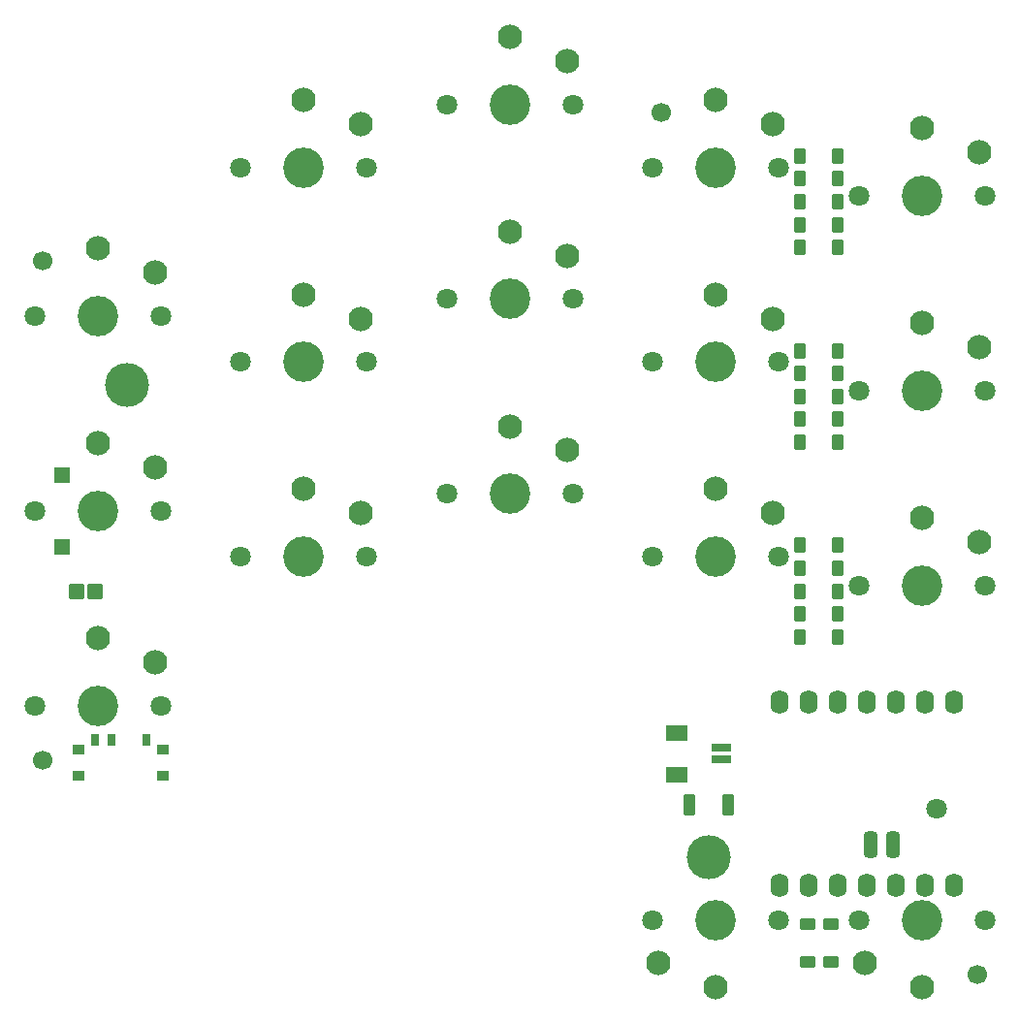
<source format=gbs>
%TF.GenerationSoftware,KiCad,Pcbnew,7.0.9*%
%TF.CreationDate,2025-02-09T18:04:29-08:00*%
%TF.ProjectId,Dyad_left_routes,44796164-5f6c-4656-9674-5f726f757465,v1.0.0*%
%TF.SameCoordinates,Original*%
%TF.FileFunction,Soldermask,Bot*%
%TF.FilePolarity,Negative*%
%FSLAX46Y46*%
G04 Gerber Fmt 4.6, Leading zero omitted, Abs format (unit mm)*
G04 Created by KiCad (PCBNEW 7.0.9) date 2025-02-09 18:04:29*
%MOMM*%
%LPD*%
G01*
G04 APERTURE LIST*
G04 Aperture macros list*
%AMRoundRect*
0 Rectangle with rounded corners*
0 $1 Rounding radius*
0 $2 $3 $4 $5 $6 $7 $8 $9 X,Y pos of 4 corners*
0 Add a 4 corners polygon primitive as box body*
4,1,4,$2,$3,$4,$5,$6,$7,$8,$9,$2,$3,0*
0 Add four circle primitives for the rounded corners*
1,1,$1+$1,$2,$3*
1,1,$1+$1,$4,$5*
1,1,$1+$1,$6,$7*
1,1,$1+$1,$8,$9*
0 Add four rect primitives between the rounded corners*
20,1,$1+$1,$2,$3,$4,$5,0*
20,1,$1+$1,$4,$5,$6,$7,0*
20,1,$1+$1,$6,$7,$8,$9,0*
20,1,$1+$1,$8,$9,$2,$3,0*%
G04 Aperture macros list end*
%ADD10RoundRect,0.050000X0.900000X-0.600000X0.900000X0.600000X-0.900000X0.600000X-0.900000X-0.600000X0*%
%ADD11RoundRect,0.050000X0.775000X-0.300000X0.775000X0.300000X-0.775000X0.300000X-0.775000X-0.300000X0*%
%ADD12RoundRect,0.050000X-0.600000X0.450000X-0.600000X-0.450000X0.600000X-0.450000X0.600000X0.450000X0*%
%ADD13RoundRect,0.050000X0.450000X0.600000X-0.450000X0.600000X-0.450000X-0.600000X0.450000X-0.600000X0*%
%ADD14C,1.801800*%
%ADD15C,3.529000*%
%ADD16C,2.132000*%
%ADD17C,1.700000*%
%ADD18C,3.833800*%
%ADD19RoundRect,0.050000X-0.600000X-0.600000X0.600000X-0.600000X0.600000X0.600000X-0.600000X0.600000X0*%
%ADD20RoundRect,0.050000X0.500000X-0.350000X0.500000X0.350000X-0.500000X0.350000X-0.500000X-0.350000X0*%
%ADD21RoundRect,0.050000X0.300000X-0.500000X0.300000X0.500000X-0.300000X0.500000X-0.300000X-0.500000X0*%
%ADD22RoundRect,0.050000X-0.600000X0.650000X-0.600000X-0.650000X0.600000X-0.650000X0.600000X0.650000X0*%
%ADD23RoundRect,0.800000X0.000000X-0.250000X0.000000X-0.250000X0.000000X0.250000X0.000000X0.250000X0*%
%ADD24RoundRect,0.325000X-0.275000X-0.825000X0.275000X-0.825000X0.275000X0.825000X-0.275000X0.825000X0*%
%ADD25C,1.800000*%
%ADD26RoundRect,0.050000X-0.450000X-0.850000X0.450000X-0.850000X0.450000X0.850000X-0.450000X0.850000X0*%
G04 APERTURE END LIST*
D10*
%TO.C,*%
X50575000Y-6000000D03*
X50575000Y-2400000D03*
D11*
X54450000Y-4700000D03*
X54450000Y-3700000D03*
%TD*%
D12*
%TO.C,*%
X64000000Y-19050000D03*
X64000000Y-22350000D03*
%TD*%
D13*
%TO.C,*%
X64650000Y10000000D03*
X61350000Y10000000D03*
%TD*%
%TO.C,*%
X64650000Y14000000D03*
X61350000Y14000000D03*
%TD*%
D14*
%TO.C,S9*%
X30500000Y52500000D03*
D15*
X36000000Y52500000D03*
D14*
X41500000Y52500000D03*
D16*
X41000000Y56300000D03*
X36000000Y58400000D03*
%TD*%
D13*
%TO.C,*%
X64650000Y23000000D03*
X61350000Y23000000D03*
%TD*%
D14*
%TO.C,S1*%
X-5500000Y0D03*
D15*
X0Y0D03*
D14*
X5500000Y0D03*
D16*
X5000000Y3800000D03*
X0Y5900000D03*
%TD*%
D14*
%TO.C,S6*%
X12500000Y47000000D03*
D15*
X18000000Y47000000D03*
D14*
X23500000Y47000000D03*
D16*
X23000000Y50800000D03*
X18000000Y52900000D03*
%TD*%
D17*
%TO.C,*%
X76800000Y-23500000D03*
%TD*%
D14*
%TO.C,S10*%
X48500000Y13000000D03*
D15*
X54000000Y13000000D03*
D14*
X59500000Y13000000D03*
D16*
X59000000Y16800000D03*
X54000000Y18900000D03*
%TD*%
D18*
%TO.C,*%
X2600000Y28000000D03*
%TD*%
D19*
%TO.C,*%
X-200000Y10000000D03*
X-1800000Y10000000D03*
%TD*%
D13*
%TO.C,*%
X64650000Y31000000D03*
X61350000Y31000000D03*
%TD*%
%TO.C,*%
X64650000Y27000000D03*
X61350000Y27000000D03*
%TD*%
%TO.C,*%
X64650000Y29000000D03*
X61350000Y29000000D03*
%TD*%
%TO.C,*%
X64650000Y8000000D03*
X61350000Y8000000D03*
%TD*%
D20*
%TO.C,S20*%
X-1700000Y-6150000D03*
X5700000Y-6150000D03*
X-1700000Y-3850000D03*
X5700000Y-3850000D03*
D21*
X-225000Y-3000000D03*
X1225000Y-3000000D03*
X4225000Y-3000000D03*
%TD*%
D13*
%TO.C,*%
X64650000Y42000000D03*
X61350000Y42000000D03*
%TD*%
%TO.C,*%
X64650000Y12000000D03*
X61350000Y12000000D03*
%TD*%
D17*
%TO.C,*%
X49200000Y51800000D03*
%TD*%
D14*
%TO.C,S5*%
X12500000Y30000000D03*
D15*
X18000000Y30000000D03*
D14*
X23500000Y30000000D03*
D16*
X23000000Y33800000D03*
X18000000Y35900000D03*
%TD*%
D14*
%TO.C,S3*%
X-5500000Y34000000D03*
D15*
X0Y34000000D03*
D14*
X5500000Y34000000D03*
D16*
X5000000Y37800000D03*
X0Y39900000D03*
%TD*%
D22*
%TO.C,*%
X-3100000Y20100000D03*
X-3100000Y13900000D03*
%TD*%
D14*
%TO.C,S15*%
X66500000Y44500000D03*
D15*
X72000000Y44500000D03*
D14*
X77500000Y44500000D03*
D16*
X77000000Y48300000D03*
X72000000Y50400000D03*
%TD*%
D14*
%TO.C,S14*%
X66500000Y27500000D03*
D15*
X72000000Y27500000D03*
D14*
X77500000Y27500000D03*
D16*
X77000000Y31300000D03*
X72000000Y33400000D03*
%TD*%
D13*
%TO.C,*%
X64650000Y25000000D03*
X61350000Y25000000D03*
%TD*%
D14*
%TO.C,S13*%
X66500000Y10500000D03*
D15*
X72000000Y10500000D03*
D14*
X77500000Y10500000D03*
D16*
X77000000Y14300000D03*
X72000000Y16400000D03*
%TD*%
D13*
%TO.C,*%
X64650000Y44000000D03*
X61350000Y44000000D03*
%TD*%
D23*
%TO.C,S21*%
X69698980Y300000D03*
X74778148Y300000D03*
D24*
X67538210Y-12148890D03*
X69443210Y-12148890D03*
D23*
X74778148Y-15700000D03*
X72238980Y-15700000D03*
X69698980Y-15700000D03*
X67158980Y-15700000D03*
X64618980Y-15700000D03*
X62078980Y-15700000D03*
X59538980Y-15700000D03*
X59538980Y300000D03*
X62078980Y300000D03*
X64618980Y300000D03*
X67158980Y300000D03*
X72238980Y300000D03*
D25*
X73255000Y-8970000D03*
%TD*%
D14*
%TO.C,S4*%
X12500000Y13000000D03*
D15*
X18000000Y13000000D03*
D14*
X23500000Y13000000D03*
D16*
X23000000Y16800000D03*
X18000000Y18900000D03*
%TD*%
D14*
%TO.C,S16*%
X77500000Y-18700000D03*
D15*
X72000000Y-18700000D03*
D14*
X66500000Y-18700000D03*
D16*
X67000000Y-22500000D03*
X72000000Y-24600000D03*
%TD*%
D14*
%TO.C,S2*%
X-5500000Y17000000D03*
D15*
X0Y17000000D03*
D14*
X5500000Y17000000D03*
D16*
X5000000Y20800000D03*
X0Y22900000D03*
%TD*%
D26*
%TO.C,*%
X55100000Y-8700000D03*
X51700000Y-8700000D03*
%TD*%
D13*
%TO.C,*%
X64650000Y48000000D03*
X61350000Y48000000D03*
%TD*%
%TO.C,*%
X64650000Y46000000D03*
X61350000Y46000000D03*
%TD*%
D17*
%TO.C,*%
X-4800000Y-4800000D03*
%TD*%
D14*
%TO.C,S7*%
X30500000Y18500000D03*
D15*
X36000000Y18500000D03*
D14*
X41500000Y18500000D03*
D16*
X41000000Y22300000D03*
X36000000Y24400000D03*
%TD*%
D14*
%TO.C,S17*%
X59500000Y-18700000D03*
D15*
X54000000Y-18700000D03*
D14*
X48500000Y-18700000D03*
D16*
X49000000Y-22500000D03*
X54000000Y-24600000D03*
%TD*%
D13*
%TO.C,*%
X64650000Y40000000D03*
X61350000Y40000000D03*
%TD*%
%TO.C,*%
X64650000Y6000000D03*
X61350000Y6000000D03*
%TD*%
D14*
%TO.C,S8*%
X30500000Y35500000D03*
D15*
X36000000Y35500000D03*
D14*
X41500000Y35500000D03*
D16*
X41000000Y39300000D03*
X36000000Y41400000D03*
%TD*%
D17*
%TO.C,*%
X-4800000Y38800000D03*
%TD*%
D14*
%TO.C,S12*%
X48500000Y47000000D03*
D15*
X54000000Y47000000D03*
D14*
X59500000Y47000000D03*
D16*
X59000000Y50800000D03*
X54000000Y52900000D03*
%TD*%
D12*
%TO.C,*%
X62000000Y-19050000D03*
X62000000Y-22350000D03*
%TD*%
D14*
%TO.C,S11*%
X48500000Y30000000D03*
D15*
X54000000Y30000000D03*
D14*
X59500000Y30000000D03*
D16*
X59000000Y33800000D03*
X54000000Y35900000D03*
%TD*%
D18*
%TO.C,*%
X53400000Y-13200000D03*
%TD*%
M02*

</source>
